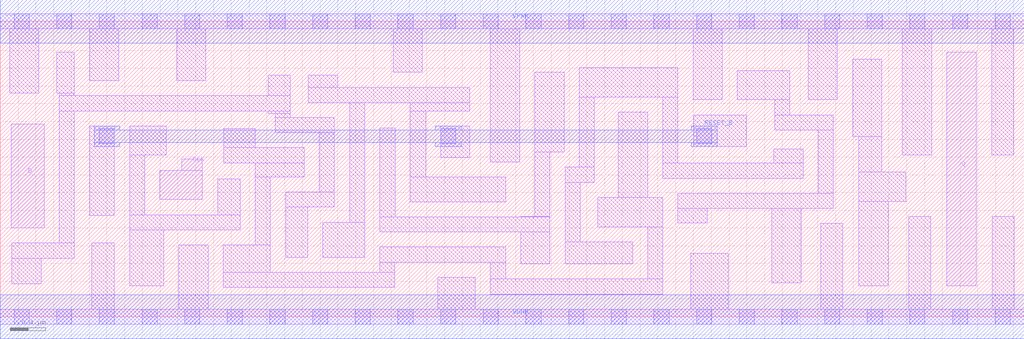
<source format=lef>
# Copyright 2020 The SkyWater PDK Authors
#
# Licensed under the Apache License, Version 2.0 (the "License");
# you may not use this file except in compliance with the License.
# You may obtain a copy of the License at
#
#     https://www.apache.org/licenses/LICENSE-2.0
#
# Unless required by applicable law or agreed to in writing, software
# distributed under the License is distributed on an "AS IS" BASIS,
# WITHOUT WARRANTIES OR CONDITIONS OF ANY KIND, either express or implied.
# See the License for the specific language governing permissions and
# limitations under the License.
#
# SPDX-License-Identifier: Apache-2.0

VERSION 5.7 ;
  NAMESCASESENSITIVE ON ;
  NOWIREEXTENSIONATPIN ON ;
  DIVIDERCHAR "/" ;
  BUSBITCHARS "[]" ;
UNITS
  DATABASE MICRONS 200 ;
END UNITS
MACRO sky130_fd_sc_hs__dfrtp_2
  CLASS CORE ;
  FOREIGN sky130_fd_sc_hs__dfrtp_2 ;
  ORIGIN  0.000000  0.000000 ;
  SIZE  11.52000 BY  3.330000 ;
  SYMMETRY X Y R90 ;
  SITE unit ;
  PIN D
    ANTENNAGATEAREA  0.126000 ;
    DIRECTION INPUT ;
    USE SIGNAL ;
    PORT
      LAYER li1 ;
        RECT 0.125000 1.000000 0.495000 2.170000 ;
    END
  END D
  PIN Q
    ANTENNADIFFAREA  0.543200 ;
    DIRECTION OUTPUT ;
    USE SIGNAL ;
    PORT
      LAYER li1 ;
        RECT 10.650000 0.350000 10.980000 2.980000 ;
    END
  END Q
  PIN RESET_B
    ANTENNAGATEAREA  0.378000 ;
    DIRECTION INPUT ;
    USE SIGNAL ;
    PORT
      LAYER met1 ;
        RECT 1.055000 1.920000 1.345000 1.965000 ;
        RECT 1.055000 1.965000 8.065000 2.105000 ;
        RECT 1.055000 2.105000 1.345000 2.150000 ;
        RECT 4.895000 1.920000 5.185000 1.965000 ;
        RECT 4.895000 2.105000 5.185000 2.150000 ;
        RECT 7.775000 1.920000 8.065000 1.965000 ;
        RECT 7.775000 2.105000 8.065000 2.150000 ;
    END
  END RESET_B
  PIN CLK
    ANTENNAGATEAREA  0.279000 ;
    DIRECTION INPUT ;
    USE CLOCK ;
    PORT
      LAYER li1 ;
        RECT 1.795000 1.320000 2.275000 1.650000 ;
        RECT 2.045000 1.650000 2.275000 1.780000 ;
    END
  END CLK
  PIN VGND
    DIRECTION INOUT ;
    USE GROUND ;
    PORT
      LAYER met1 ;
        RECT 0.000000 -0.245000 11.520000 0.245000 ;
    END
  END VGND
  PIN VPWR
    DIRECTION INOUT ;
    USE POWER ;
    PORT
      LAYER met1 ;
        RECT 0.000000 3.085000 11.520000 3.575000 ;
    END
  END VPWR
  OBS
    LAYER li1 ;
      RECT  0.000000 -0.085000 11.520000 0.085000 ;
      RECT  0.000000  3.245000 11.520000 3.415000 ;
      RECT  0.105000  2.520000  0.435000 3.245000 ;
      RECT  0.130000  0.370000  0.460000 0.660000 ;
      RECT  0.130000  0.660000  0.835000 0.830000 ;
      RECT  0.635000  2.520000  0.835000 2.980000 ;
      RECT  0.665000  0.830000  0.835000 2.320000 ;
      RECT  0.665000  2.320000  3.265000 2.490000 ;
      RECT  0.665000  2.490000  0.835000 2.520000 ;
      RECT  1.005000  1.140000  1.285000 2.150000 ;
      RECT  1.005000  2.660000  1.335000 3.245000 ;
      RECT  1.030000  0.085000  1.280000 0.830000 ;
      RECT  1.455000  0.350000  1.840000 0.980000 ;
      RECT  1.455000  0.980000  2.700000 1.150000 ;
      RECT  1.455000  1.150000  1.625000 1.820000 ;
      RECT  1.455000  1.820000  1.865000 2.150000 ;
      RECT  1.985000  2.660000  2.315000 3.245000 ;
      RECT  2.010000  0.085000  2.340000 0.810000 ;
      RECT  2.445000  1.150000  2.700000 1.550000 ;
      RECT  2.510000  0.330000  4.440000 0.500000 ;
      RECT  2.510000  0.500000  3.040000 0.810000 ;
      RECT  2.515000  1.735000  3.420000 1.905000 ;
      RECT  2.515000  1.905000  2.870000 2.120000 ;
      RECT  2.870000  0.810000  3.040000 1.575000 ;
      RECT  2.870000  1.575000  3.420000 1.735000 ;
      RECT  3.015000  2.290000  3.265000 2.320000 ;
      RECT  3.015000  2.490000  3.265000 2.725000 ;
      RECT  3.095000  2.075000  3.760000 2.245000 ;
      RECT  3.095000  2.245000  3.265000 2.290000 ;
      RECT  3.210000  0.670000  3.460000 1.235000 ;
      RECT  3.210000  1.235000  3.760000 1.405000 ;
      RECT  3.465000  2.415000  5.285000 2.585000 ;
      RECT  3.465000  2.585000  3.795000 2.725000 ;
      RECT  3.590000  1.405000  3.760000 2.075000 ;
      RECT  3.630000  0.670000  4.100000 1.065000 ;
      RECT  3.930000  1.065000  4.100000 2.415000 ;
      RECT  4.270000  0.500000  4.440000 0.615000 ;
      RECT  4.270000  0.615000  5.685000 0.785000 ;
      RECT  4.270000  0.955000  6.185000 1.125000 ;
      RECT  4.270000  1.125000  4.445000 2.125000 ;
      RECT  4.420000  2.755000  4.750000 3.245000 ;
      RECT  4.615000  1.295000  5.685000 1.575000 ;
      RECT  4.615000  1.575000  4.785000 2.320000 ;
      RECT  4.615000  2.320000  5.285000 2.415000 ;
      RECT  4.920000  0.085000  5.345000 0.445000 ;
      RECT  4.955000  1.795000  5.285000 2.150000 ;
      RECT  5.515000  0.255000  7.455000 0.425000 ;
      RECT  5.515000  0.425000  5.685000 0.615000 ;
      RECT  5.515000  1.745000  5.845000 3.245000 ;
      RECT  5.855000  0.595000  6.185000 0.955000 ;
      RECT  5.855000  1.125000  6.185000 1.130000 ;
      RECT  6.015000  1.130000  6.185000 1.855000 ;
      RECT  6.015000  1.855000  6.345000 2.755000 ;
      RECT  6.355000  0.595000  7.115000 0.845000 ;
      RECT  6.355000  0.845000  6.525000 1.515000 ;
      RECT  6.355000  1.515000  6.685000 1.685000 ;
      RECT  6.515000  1.685000  6.685000 2.475000 ;
      RECT  6.515000  2.475000  7.625000 2.805000 ;
      RECT  6.725000  1.015000  7.455000 1.345000 ;
      RECT  6.955000  1.345000  7.285000 2.305000 ;
      RECT  7.285000  0.425000  7.455000 1.015000 ;
      RECT  7.455000  1.560000  9.035000 1.730000 ;
      RECT  7.455000  1.730000  7.625000 2.475000 ;
      RECT  7.625000  1.060000  7.955000 1.220000 ;
      RECT  7.625000  1.220000  9.375000 1.390000 ;
      RECT  7.770000  0.085000  8.190000 0.715000 ;
      RECT  7.795000  2.445000  8.125000 3.245000 ;
      RECT  7.805000  1.920000  8.395000 2.275000 ;
      RECT  8.295000  2.445000  8.885000 2.775000 ;
      RECT  8.680000  0.385000  9.010000 1.220000 ;
      RECT  8.705000  1.730000  9.035000 1.890000 ;
      RECT  8.715000  2.105000  9.375000 2.275000 ;
      RECT  8.715000  2.275000  8.885000 2.445000 ;
      RECT  9.090000  2.445000  9.420000 3.245000 ;
      RECT  9.205000  1.390000  9.375000 2.105000 ;
      RECT  9.230000  0.085000  9.480000 1.050000 ;
      RECT  9.590000  2.030000  9.920000 2.905000 ;
      RECT  9.660000  0.350000  9.990000 1.300000 ;
      RECT  9.660000  1.300000 10.190000 1.630000 ;
      RECT  9.660000  1.630000  9.920000 2.030000 ;
      RECT 10.150000  1.820000 10.480000 3.245000 ;
      RECT 10.220000  0.085000 10.470000 1.130000 ;
      RECT 11.155000  1.820000 11.405000 3.245000 ;
      RECT 11.160000  0.085000 11.410000 1.130000 ;
    LAYER mcon ;
      RECT  0.155000 -0.085000  0.325000 0.085000 ;
      RECT  0.155000  3.245000  0.325000 3.415000 ;
      RECT  0.635000 -0.085000  0.805000 0.085000 ;
      RECT  0.635000  3.245000  0.805000 3.415000 ;
      RECT  1.115000 -0.085000  1.285000 0.085000 ;
      RECT  1.115000  1.950000  1.285000 2.120000 ;
      RECT  1.115000  3.245000  1.285000 3.415000 ;
      RECT  1.595000 -0.085000  1.765000 0.085000 ;
      RECT  1.595000  3.245000  1.765000 3.415000 ;
      RECT  2.075000 -0.085000  2.245000 0.085000 ;
      RECT  2.075000  3.245000  2.245000 3.415000 ;
      RECT  2.555000 -0.085000  2.725000 0.085000 ;
      RECT  2.555000  3.245000  2.725000 3.415000 ;
      RECT  3.035000 -0.085000  3.205000 0.085000 ;
      RECT  3.035000  3.245000  3.205000 3.415000 ;
      RECT  3.515000 -0.085000  3.685000 0.085000 ;
      RECT  3.515000  3.245000  3.685000 3.415000 ;
      RECT  3.995000 -0.085000  4.165000 0.085000 ;
      RECT  3.995000  3.245000  4.165000 3.415000 ;
      RECT  4.475000 -0.085000  4.645000 0.085000 ;
      RECT  4.475000  3.245000  4.645000 3.415000 ;
      RECT  4.955000 -0.085000  5.125000 0.085000 ;
      RECT  4.955000  1.950000  5.125000 2.120000 ;
      RECT  4.955000  3.245000  5.125000 3.415000 ;
      RECT  5.435000 -0.085000  5.605000 0.085000 ;
      RECT  5.435000  3.245000  5.605000 3.415000 ;
      RECT  5.915000 -0.085000  6.085000 0.085000 ;
      RECT  5.915000  3.245000  6.085000 3.415000 ;
      RECT  6.395000 -0.085000  6.565000 0.085000 ;
      RECT  6.395000  3.245000  6.565000 3.415000 ;
      RECT  6.875000 -0.085000  7.045000 0.085000 ;
      RECT  6.875000  3.245000  7.045000 3.415000 ;
      RECT  7.355000 -0.085000  7.525000 0.085000 ;
      RECT  7.355000  3.245000  7.525000 3.415000 ;
      RECT  7.835000 -0.085000  8.005000 0.085000 ;
      RECT  7.835000  1.950000  8.005000 2.120000 ;
      RECT  7.835000  3.245000  8.005000 3.415000 ;
      RECT  8.315000 -0.085000  8.485000 0.085000 ;
      RECT  8.315000  3.245000  8.485000 3.415000 ;
      RECT  8.795000 -0.085000  8.965000 0.085000 ;
      RECT  8.795000  3.245000  8.965000 3.415000 ;
      RECT  9.275000 -0.085000  9.445000 0.085000 ;
      RECT  9.275000  3.245000  9.445000 3.415000 ;
      RECT  9.755000 -0.085000  9.925000 0.085000 ;
      RECT  9.755000  3.245000  9.925000 3.415000 ;
      RECT 10.235000 -0.085000 10.405000 0.085000 ;
      RECT 10.235000  3.245000 10.405000 3.415000 ;
      RECT 10.715000 -0.085000 10.885000 0.085000 ;
      RECT 10.715000  3.245000 10.885000 3.415000 ;
      RECT 11.195000 -0.085000 11.365000 0.085000 ;
      RECT 11.195000  3.245000 11.365000 3.415000 ;
  END
END sky130_fd_sc_hs__dfrtp_2
END LIBRARY

</source>
